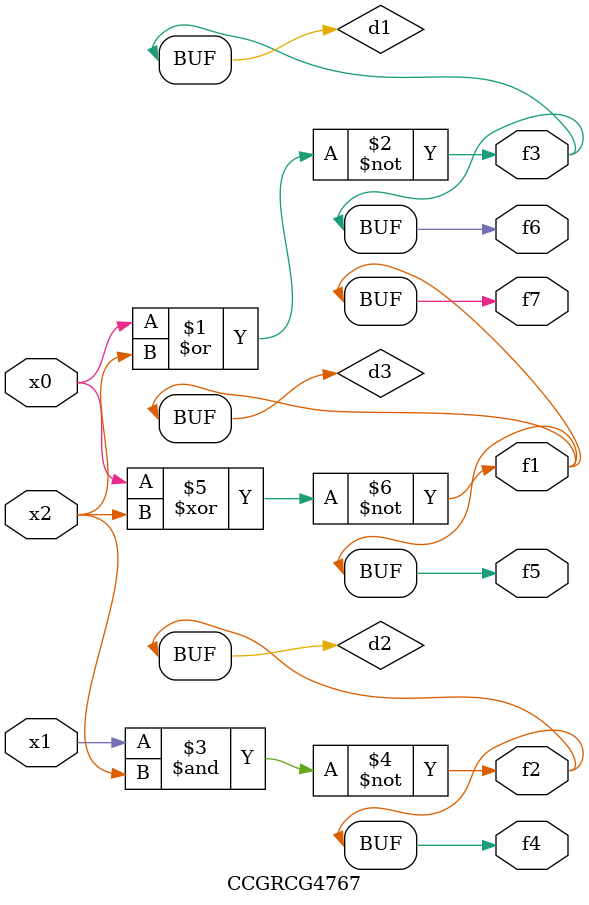
<source format=v>
module CCGRCG4767(
	input x0, x1, x2,
	output f1, f2, f3, f4, f5, f6, f7
);

	wire d1, d2, d3;

	nor (d1, x0, x2);
	nand (d2, x1, x2);
	xnor (d3, x0, x2);
	assign f1 = d3;
	assign f2 = d2;
	assign f3 = d1;
	assign f4 = d2;
	assign f5 = d3;
	assign f6 = d1;
	assign f7 = d3;
endmodule

</source>
